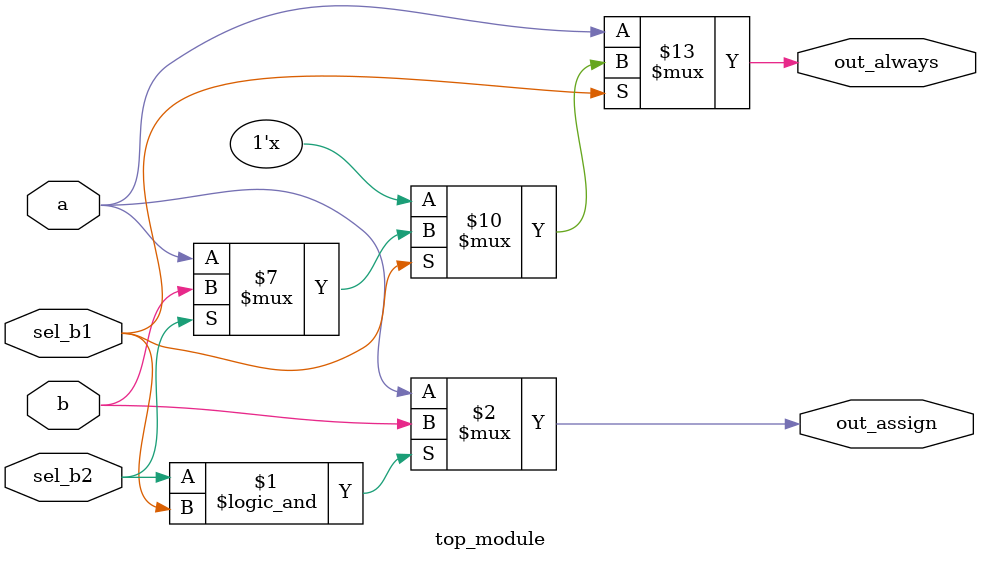
<source format=v>
module top_module(
    input a,
    input b,
    input sel_b1,
    input sel_b2,
    output wire out_assign,
    output reg out_always ); 
    // 可以寫成 assign out_assign=(sel_b2&&sel_b1) ? b:a)
    assign out_assign = (sel_b2&&sel_b1) ? b:a;  
    always@(*) begin
        if (sel_b1==0)
            out_always = a;
        else if(sel_b2 == 0)
            out_always = a;
        else 
            out_always = b;
    end
    

endmodule
</source>
